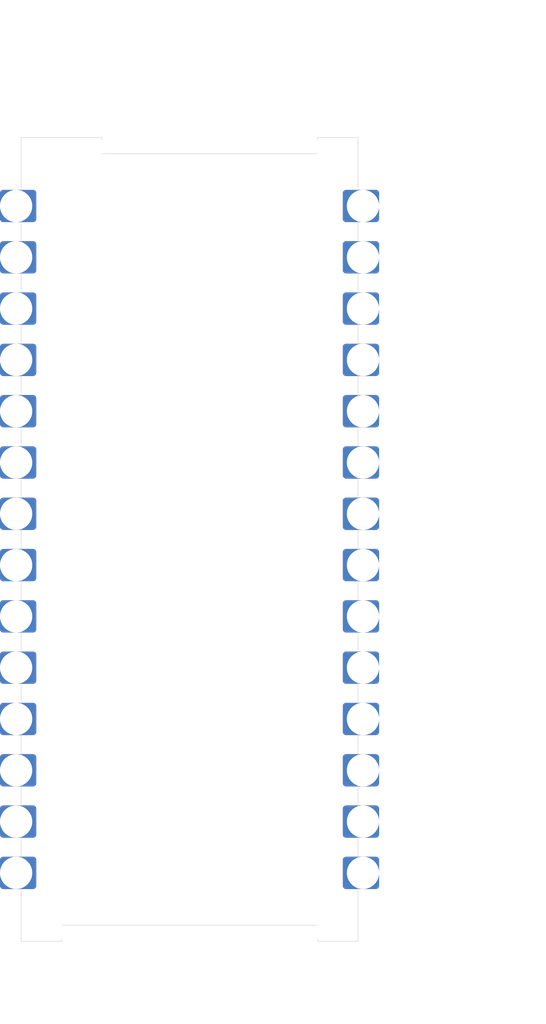
<source format=kicad_pcb>
(kicad_pcb (version 20171130) (host pcbnew 5.1.4-e60b266~84~ubuntu19.04.1)

  (general
    (thickness 1.6)
    (drawings 33)
    (tracks 0)
    (zones 0)
    (modules 2)
    (nets 1)
  )

  (page A4)
  (layers
    (0 Top signal)
    (31 Bottom signal)
    (32 B.Adhes user hide)
    (33 F.Adhes user hide)
    (34 B.Paste user hide)
    (35 F.Paste user hide)
    (36 B.SilkS user)
    (37 F.SilkS user)
    (38 B.Mask user)
    (39 F.Mask user)
    (40 Dwgs.User user)
    (41 Cmts.User user hide)
    (42 Eco1.User user hide)
    (43 Eco2.User user)
    (44 Edge.Cuts user)
    (45 Margin user hide)
    (46 B.CrtYd user hide)
    (47 F.CrtYd user hide)
    (48 B.Fab user hide)
    (49 F.Fab user hide)
  )

  (setup
    (last_trace_width 0.2032)
    (user_trace_width 0.2032)
    (user_trace_width 0.4064)
    (trace_clearance 0.2032)
    (zone_clearance 0.508)
    (zone_45_only no)
    (trace_min 0.1524)
    (via_size 0.508)
    (via_drill 0.254)
    (via_min_size 0.254)
    (via_min_drill 0.254)
    (user_via 0.508 0.254)
    (uvia_size 0.508)
    (uvia_drill 0.254)
    (uvias_allowed no)
    (uvia_min_size 0.508)
    (uvia_min_drill 0.1524)
    (edge_width 0.0254)
    (segment_width 0.2032)
    (pcb_text_width 0.254)
    (pcb_text_size 1.2192 1.2192)
    (mod_edge_width 0.0762)
    (mod_text_size 0.6096 0.6096)
    (mod_text_width 0.0762)
    (pad_size 0.7 0.7)
    (pad_drill 0.7)
    (pad_to_mask_clearance 0)
    (aux_axis_origin 0 0)
    (grid_origin 147.2184 99.187)
    (visible_elements FFFFFF7F)
    (pcbplotparams
      (layerselection 0x01ff0_ffffffff)
      (usegerberextensions false)
      (usegerberattributes false)
      (usegerberadvancedattributes false)
      (creategerberjobfile false)
      (excludeedgelayer true)
      (linewidth 0.050800)
      (plotframeref false)
      (viasonmask false)
      (mode 1)
      (useauxorigin false)
      (hpglpennumber 1)
      (hpglpenspeed 20)
      (hpglpendiameter 15.000000)
      (psnegative false)
      (psa4output false)
      (plotreference true)
      (plotvalue true)
      (plotinvisibletext false)
      (padsonsilk false)
      (subtractmaskfromsilk false)
      (outputformat 1)
      (mirror false)
      (drillshape 0)
      (scaleselection 1)
      (outputdirectory "gerber_export/max/"))
  )

  (net 0 "")

  (net_class Default "This is the default net class."
    (clearance 0.2032)
    (trace_width 0.2032)
    (via_dia 0.508)
    (via_drill 0.254)
    (uvia_dia 0.508)
    (uvia_drill 0.254)
    (diff_pair_width 0.2032)
    (diff_pair_gap 0.254)
  )

  (module 000_LOCAL:pcb2molex8878_max (layer Top) (tedit 5DB1A0D3) (tstamp 5DB19C82)
    (at 147.2184 99.187)
    (descr "Castellated edge contacts to fit Molex 8878 Socket")
    (solder_mask_margin -0.28)
    (fp_text reference J? (at -0.9906 -0.9906 -90) (layer Dwgs.User) hide
      (effects (font (size 1.2065 1.2065) (thickness 0.127)) (justify left bottom))
    )
    (fp_text value pcb2molex8878_max (at 2.23 -9.45 -90) (layer F.Fab) hide
      (effects (font (size 1.2065 1.2065) (thickness 0.1016)) (justify left bottom))
    )
    (fp_line (start -6.35 19.1) (end 6.35 19.1) (layer Eco2.User) (width 0.01))
    (fp_line (start -8.35 19.9) (end -6.35 19.9) (layer Eco2.User) (width 0.01))
    (fp_line (start 8.35 19.9) (end 6.35 19.9) (layer Eco2.User) (width 0.01))
    (fp_line (start -4.35 -19.1) (end 6.35 -19.1) (layer Eco2.User) (width 0.01))
    (fp_line (start 8.35 -19.9) (end 6.35 -19.9) (layer Eco2.User) (width 0.01))
    (fp_line (start -8.35 -19.9) (end -4.35 -19.9) (layer Eco2.User) (width 0.01))
    (fp_line (start -8.35 -19.1) (end 8.35 19.1) (layer Dwgs.User) (width 0.01))
    (fp_line (start -8.35 19.1) (end 8.35 -19.1) (layer Dwgs.User) (width 0.01))
    (fp_text user "Eco2.User is Edge.Cuts for use with \"pcb2molex8878_max\" carrier." (at -0.18 13.04) (layer Eco2.User)
      (effects (font (size 0.2 0.2) (thickness 0.01)))
    )
    (fp_line (start -8.35 -19.9) (end -8.35 19.9) (layer Eco2.User) (width 0.01))
    (fp_line (start 8.35 19.9) (end 8.35 -19.9) (layer Eco2.User) (width 0.01))
    (fp_line (start -6.35 19.1) (end -6.35 19.9) (layer Eco2.User) (width 0.01))
    (fp_line (start 6.35 19.9) (end 6.35 19.1) (layer Eco2.User) (width 0.01))
    (fp_line (start 6.35 -19.1) (end 6.35 -19.9) (layer Eco2.User) (width 0.01))
    (fp_line (start -4.35 -19.9) (end -4.35 -19.1) (layer Eco2.User) (width 0.01))
    (pad "" np_thru_hole circle (at 6.35 19.45) (size 0.7 0.7) (drill 0.7) (layers *.Cu))
    (pad "" np_thru_hole circle (at -6.35 19.45) (size 0.7 0.7) (drill 0.7) (layers *.Cu))
    (pad "" np_thru_hole circle (at 6.35 -19.45) (size 0.7 0.7) (drill 0.7) (layers *.Cu))
    (pad "" np_thru_hole circle (at -4.35 -19.45) (size 0.7 0.7) (drill 0.7) (layers *.Cu))
    (model ${KIPRJMOD}/000_LOCAL.pretty/3d/pcb2molex8878_max.step
      (offset (xyz 0 0 -0.4))
      (scale (xyz 1 1 1))
      (rotate (xyz 0 0 90))
    )
  )

  (module 000_LOCAL:pcb2molex8878 locked (layer Top) (tedit 5DB17669) (tstamp 5DAB3CD0)
    (at 147.2184 99.187)
    (descr "Castellated edge contacts to fit Molex 8878 Socket")
    (solder_mask_margin -0.28)
    (fp_text reference J? (at -0.9906 -0.9906 -90) (layer Dwgs.User) hide
      (effects (font (size 1.2065 1.2065) (thickness 0.127)) (justify left bottom))
    )
    (fp_text value Molex_50-39-5288 (at 2.0701 -8.8773 -90) (layer F.Fab) hide
      (effects (font (size 1.2065 1.2065) (thickness 0.1016)) (justify left bottom))
    )
    (fp_line (start -0.762 -19.05) (end -0.762 -21.59) (layer Eco1.User) (width 0.01))
    (fp_line (start -0.762 -21.59) (end 0.762 -21.59) (layer Eco1.User) (width 0.01))
    (fp_line (start 0.762 -21.59) (end 0.762 -19.05) (layer Eco1.User) (width 0.01))
    (fp_line (start -4.5593 19.05) (end -4.5593 21.59) (layer Eco1.User) (width 0.01))
    (fp_line (start -4.5593 21.59) (end -3.0353 21.59) (layer Eco1.User) (width 0.01))
    (fp_line (start -3.0353 21.59) (end -3.0353 19.05) (layer Eco1.User) (width 0.01))
    (fp_line (start 4.5593 19.05) (end 4.5593 21.59) (layer Eco1.User) (width 0.01))
    (fp_line (start 4.5593 21.59) (end 3.0353 21.59) (layer Eco1.User) (width 0.01))
    (fp_line (start 3.0353 21.59) (end 3.0353 19.05) (layer Eco1.User) (width 0.01))
    (fp_line (start 3.0353 19.05) (end -3.0353 19.05) (layer Eco1.User) (width 0.01))
    (fp_arc (start -5.4229 19.9136) (end -4.5593 19.9136) (angle -90) (layer Eco1.User) (width 0.00508))
    (fp_arc (start -2.1717 19.9136) (end -2.1717 19.05) (angle -90) (layer Eco1.User) (width 0.00508))
    (fp_arc (start 5.4229 19.9136) (end 5.4229 19.05) (angle -90) (layer Eco1.User) (width 0.00508))
    (fp_arc (start 2.1717 19.9136) (end 3.0353 19.9136) (angle -90) (layer Eco1.User) (width 0.00508))
    (fp_arc (start -1.6256 -19.9136) (end -1.6256 -19.05) (angle -90) (layer Eco1.User) (width 0.00508))
    (fp_arc (start 1.6256 -19.9136) (end 0.762 -19.9136) (angle -90) (layer Eco1.User) (width 0.00508))
    (fp_line (start -8.1 19.05) (end -8.1 -19.05) (layer Eco1.User) (width 0.01))
    (fp_line (start 8.1 19.05) (end 8.1 -19.05) (layer Eco1.User) (width 0.01))
    (fp_text user "Eco1.User is Edge.Cuts for use without carrier." (at -0.0298 12.25) (layer Eco1.User)
      (effects (font (size 0.2 0.2) (thickness 0.01)))
    )
    (fp_line (start -8.1 -19.05) (end -0.762 -19.05) (layer Eco1.User) (width 0.01))
    (fp_line (start 0.762 -19.05) (end 8.1 -19.05) (layer Eco1.User) (width 0.01))
    (fp_line (start -8.1 19.05) (end -4.5593 19.05) (layer Eco1.User) (width 0.01))
    (fp_line (start 4.5593 19.05) (end 8.1 19.05) (layer Eco1.User) (width 0.01))
    (pad 28 thru_hole roundrect (at 8.6 -16.51 180) (size 1.8 1.6) (drill 1.6 (offset 0.1 0)) (layers *.Cu *.Mask) (roundrect_rratio 0.1)
      (solder_mask_margin -0.19))
    (pad 14 thru_hole roundrect (at -8.6 16.51) (size 1.8 1.6) (drill 1.6 (offset 0.1 0)) (layers *.Cu *.Mask) (roundrect_rratio 0.1)
      (solder_mask_margin -0.19))
    (pad 27 thru_hole roundrect (at 8.6 -13.97 180) (size 1.8 1.6) (drill 1.6 (offset 0.1 0)) (layers *.Cu *.Mask) (roundrect_rratio 0.1)
      (solder_mask_margin -0.19))
    (pad 13 thru_hole roundrect (at -8.6 13.97) (size 1.8 1.6) (drill 1.6 (offset 0.1 0)) (layers *.Cu *.Mask) (roundrect_rratio 0.1)
      (solder_mask_margin -0.19))
    (pad 26 thru_hole roundrect (at 8.6 -11.43 180) (size 1.8 1.6) (drill 1.6 (offset 0.1 0)) (layers *.Cu *.Mask) (roundrect_rratio 0.1)
      (solder_mask_margin -0.19))
    (pad 12 thru_hole roundrect (at -8.6 11.43) (size 1.8 1.6) (drill 1.6 (offset 0.1 0)) (layers *.Cu *.Mask) (roundrect_rratio 0.1)
      (solder_mask_margin -0.19))
    (pad 25 thru_hole roundrect (at 8.6 -8.89 180) (size 1.8 1.6) (drill 1.6 (offset 0.1 0)) (layers *.Cu *.Mask) (roundrect_rratio 0.1)
      (solder_mask_margin -0.19))
    (pad 11 thru_hole roundrect (at -8.6 8.89) (size 1.8 1.6) (drill 1.6 (offset 0.1 0)) (layers *.Cu *.Mask) (roundrect_rratio 0.1)
      (solder_mask_margin -0.19))
    (pad 24 thru_hole roundrect (at 8.6 -6.35 180) (size 1.8 1.6) (drill 1.6 (offset 0.1 0)) (layers *.Cu *.Mask) (roundrect_rratio 0.1)
      (solder_mask_margin -0.19))
    (pad 10 thru_hole roundrect (at -8.6 6.35) (size 1.8 1.6) (drill 1.6 (offset 0.1 0)) (layers *.Cu *.Mask) (roundrect_rratio 0.1)
      (solder_mask_margin -0.19))
    (pad 23 thru_hole roundrect (at 8.6 -3.81 180) (size 1.8 1.6) (drill 1.6 (offset 0.1 0)) (layers *.Cu *.Mask) (roundrect_rratio 0.1)
      (solder_mask_margin -0.19))
    (pad 9 thru_hole roundrect (at -8.6 3.81) (size 1.8 1.6) (drill 1.6 (offset 0.1 0)) (layers *.Cu *.Mask) (roundrect_rratio 0.1)
      (solder_mask_margin -0.19))
    (pad 22 thru_hole roundrect (at 8.6 -1.27 180) (size 1.8 1.6) (drill 1.6 (offset 0.1 0)) (layers *.Cu *.Mask) (roundrect_rratio 0.1)
      (solder_mask_margin -0.19))
    (pad 8 thru_hole roundrect (at -8.6 1.27) (size 1.8 1.6) (drill 1.6 (offset 0.1 0)) (layers *.Cu *.Mask) (roundrect_rratio 0.1)
      (solder_mask_margin -0.19))
    (pad 21 thru_hole roundrect (at 8.6 1.27 180) (size 1.8 1.6) (drill 1.6 (offset 0.1 0)) (layers *.Cu *.Mask) (roundrect_rratio 0.1)
      (solder_mask_margin -0.19))
    (pad 7 thru_hole roundrect (at -8.6 -1.27) (size 1.8 1.6) (drill 1.6 (offset 0.1 0)) (layers *.Cu *.Mask) (roundrect_rratio 0.1)
      (solder_mask_margin -0.19))
    (pad 20 thru_hole roundrect (at 8.6 3.81 180) (size 1.8 1.6) (drill 1.6 (offset 0.1 0)) (layers *.Cu *.Mask) (roundrect_rratio 0.1)
      (solder_mask_margin -0.19))
    (pad 6 thru_hole roundrect (at -8.6 -3.81) (size 1.8 1.6) (drill 1.6 (offset 0.1 0)) (layers *.Cu *.Mask) (roundrect_rratio 0.1)
      (solder_mask_margin -0.19))
    (pad 19 thru_hole roundrect (at 8.6 6.35 180) (size 1.8 1.6) (drill 1.6 (offset 0.1 0)) (layers *.Cu *.Mask) (roundrect_rratio 0.1)
      (solder_mask_margin -0.19))
    (pad 5 thru_hole roundrect (at -8.6 -6.35) (size 1.8 1.6) (drill 1.6 (offset 0.1 0)) (layers *.Cu *.Mask) (roundrect_rratio 0.1)
      (solder_mask_margin -0.19))
    (pad 18 thru_hole roundrect (at 8.6 8.89 180) (size 1.8 1.6) (drill 1.6 (offset 0.1 0)) (layers *.Cu *.Mask) (roundrect_rratio 0.1)
      (solder_mask_margin -0.19))
    (pad 4 thru_hole roundrect (at -8.6 -8.89) (size 1.8 1.6) (drill 1.6 (offset 0.1 0)) (layers *.Cu *.Mask) (roundrect_rratio 0.1)
      (solder_mask_margin -0.19))
    (pad 17 thru_hole roundrect (at 8.6 11.43 180) (size 1.8 1.6) (drill 1.6 (offset 0.1 0)) (layers *.Cu *.Mask) (roundrect_rratio 0.1)
      (solder_mask_margin -0.19))
    (pad 3 thru_hole roundrect (at -8.6 -11.43) (size 1.8 1.6) (drill 1.6 (offset 0.1 0)) (layers *.Cu *.Mask) (roundrect_rratio 0.1)
      (solder_mask_margin -0.19))
    (pad 16 thru_hole roundrect (at 8.6 13.97 180) (size 1.8 1.6) (drill 1.6 (offset 0.1 0)) (layers *.Cu *.Mask) (roundrect_rratio 0.1)
      (solder_mask_margin -0.19))
    (pad 2 thru_hole roundrect (at -8.6 -13.97) (size 1.8 1.6) (drill 1.6 (offset 0.1 0)) (layers *.Cu *.Mask) (roundrect_rratio 0.1)
      (solder_mask_margin -0.19))
    (pad 15 thru_hole roundrect (at 8.6 16.51 180) (size 1.8 1.6) (drill 1.6 (offset 0.1 0)) (layers *.Cu *.Mask) (roundrect_rratio 0.1)
      (solder_mask_margin -0.19))
    (pad 1 thru_hole roundrect (at -8.6 -16.51) (size 1.8 1.6) (drill 1.6 (offset 0.1 0)) (layers *.Cu *.Mask) (roundrect_rratio 0.1)
      (solder_mask_margin -0.19))
  )

  (dimension 4.000001 (width 0.0127) (layer Dwgs.User)
    (gr_text "       4.00" (at 140.868399 76.4544) (layer Dwgs.User)
      (effects (font (size 0.4572 0.4572) (thickness 0.0127)) (justify left))
    )
    (feature1 (pts (xy 142.868401 79.286999) (xy 142.8684 76.350579)))
    (feature2 (pts (xy 138.8684 79.287) (xy 138.868399 76.35058)))
    (crossbar (pts (xy 138.868399 76.937001) (xy 142.8684 76.937)))
    (arrow1a (pts (xy 142.8684 76.937) (xy 141.741896 77.523421)))
    (arrow1b (pts (xy 142.8684 76.937) (xy 141.741896 76.35058)))
    (arrow2a (pts (xy 138.868399 76.937001) (xy 139.994903 77.523421)))
    (arrow2b (pts (xy 138.868399 76.937001) (xy 139.994903 76.35058)))
  )
  (gr_line (start 138.8684 119.087) (end 138.8684 79.287) (layer Edge.Cuts) (width 0.0254))
  (gr_line (start 138.8684 119.087) (end 140.8684 119.087) (layer Edge.Cuts) (width 0.0254))
  (gr_line (start 140.8684 119.087) (end 140.8684 118.287) (layer Edge.Cuts) (width 0.0254))
  (gr_line (start 141.2184 118.237) (end 141.4184 118.037) (layer Dwgs.User) (width 0.0127))
  (gr_line (start 141.2184 118.237) (end 141.0184 118.037) (layer Dwgs.User) (width 0.0127))
  (gr_text "partial mill radius fillet" (at 144.3184 117.287) (layer Dwgs.User)
    (effects (font (size 0.4572 0.4572) (thickness 0.0127)))
  )
  (gr_line (start 141.2184 118.237) (end 141.2184 117.687) (layer Dwgs.User) (width 0.0127))
  (gr_poly (pts (xy 140.8684 118.286575) (xy 141.7284 118.286855) (xy 141.59738 118.29796) (xy 141.52118 118.3132) (xy 141.47546 118.3259) (xy 141.41704 118.34622) (xy 141.37386 118.364) (xy 141.3383 118.38178) (xy 141.30782 118.39702) (xy 141.2875 118.40972) (xy 141.27226 118.41988) (xy 141.23924 118.4402) (xy 141.20876 118.46306) (xy 141.183724 118.481284) (xy 141.15796 118.4402) (xy 141.13256 118.40718) (xy 141.10208 118.3767) (xy 141.0716 118.3513) (xy 141.02842 118.3259) (xy 140.9954 118.31066) (xy 140.96492 118.3005) (xy 140.92936 118.29288) (xy 140.90904 118.29034)) (layer Dwgs.User) (width 0.001))
  (dimension 0.860058 (width 0.0127) (layer Dwgs.User)
    (gr_text "   0.86 mill radius" (at 141.314303 120.519679 0.7) (layer Dwgs.User)
      (effects (font (size 0.4572 0.4572) (thickness 0.0127)) (justify left))
    )
    (feature1 (pts (xy 141.7284 119.147) (xy 141.74551 120.618493)))
    (feature2 (pts (xy 140.8684 119.157) (xy 140.88551 120.628493)))
    (crossbar (pts (xy 140.878692 120.042112) (xy 141.738692 120.032112)))
    (arrow1a (pts (xy 141.738692 120.032112) (xy 140.619083 120.631591)))
    (arrow1b (pts (xy 141.738692 120.032112) (xy 140.605446 119.458829)))
    (arrow2a (pts (xy 140.878692 120.042112) (xy 142.011938 120.615395)))
    (arrow2b (pts (xy 140.878692 120.042112) (xy 141.998301 119.442633)))
  )
  (gr_arc (start 141.7284 119.147) (end 141.7284 118.286855) (angle -39.28940686) (layer Dwgs.User) (width 0.0127))
  (gr_arc (start 140.8684 118.637) (end 141.183359 118.483381) (angle -63.99944981) (layer Dwgs.User) (width 0.0127))
  (gr_line (start 140.8684 118.287) (end 141.7284 118.286855) (layer Dwgs.User) (width 0.0127) (tstamp 5DAD2937))
  (gr_text "edge of hole to edge of hole" (at 147.2184 122.887) (layer Dwgs.User)
    (effects (font (size 0.4572 0.4572) (thickness 0.0127)))
  )
  (dimension 15.6 (width 0.0127) (layer Dwgs.User)
    (gr_text 15.60 (at 147.2184 122.2196) (layer Dwgs.User)
      (effects (font (size 0.4572 0.4572) (thickness 0.0127)))
    )
    (feature1 (pts (xy 155.0184 115.687) (xy 155.0184 122.323421)))
    (feature2 (pts (xy 139.4184 115.687) (xy 139.4184 122.323421)))
    (crossbar (pts (xy 139.4184 121.737) (xy 155.0184 121.737)))
    (arrow1a (pts (xy 155.0184 121.737) (xy 153.891896 122.323421)))
    (arrow1b (pts (xy 155.0184 121.737) (xy 153.891896 121.150579)))
    (arrow2a (pts (xy 139.4184 121.737) (xy 140.544904 122.323421)))
    (arrow2b (pts (xy 139.4184 121.737) (xy 140.544904 121.150579)))
  )
  (dimension 39.8 (width 0.0127) (layer Dwgs.User)
    (gr_text 39.80 (at 164.201 99.187 270) (layer Dwgs.User)
      (effects (font (size 0.4572 0.4572) (thickness 0.0127)))
    )
    (feature1 (pts (xy 155.5684 119.087) (xy 164.304821 119.087)))
    (feature2 (pts (xy 155.5684 79.287) (xy 164.304821 79.287)))
    (crossbar (pts (xy 163.7184 79.287) (xy 163.7184 119.087)))
    (arrow1a (pts (xy 163.7184 119.087) (xy 163.131979 117.960496)))
    (arrow1b (pts (xy 163.7184 119.087) (xy 164.304821 117.960496)))
    (arrow2a (pts (xy 163.7184 79.287) (xy 163.131979 80.413504)))
    (arrow2b (pts (xy 163.7184 79.287) (xy 164.304821 80.413504)))
  )
  (dimension 38.2 (width 0.0127) (layer Dwgs.User)
    (gr_text 38.20 (at 159.201 99.187 270) (layer Dwgs.User)
      (effects (font (size 0.4572 0.4572) (thickness 0.0127)))
    )
    (feature1 (pts (xy 153.5684 118.287) (xy 159.304821 118.287)))
    (feature2 (pts (xy 153.5684 80.087) (xy 159.304821 80.087)))
    (crossbar (pts (xy 158.7184 80.087) (xy 158.7184 118.287)))
    (arrow1a (pts (xy 158.7184 118.287) (xy 158.131979 117.160496)))
    (arrow1b (pts (xy 158.7184 118.287) (xy 159.304821 117.160496)))
    (arrow2a (pts (xy 158.7184 80.087) (xy 158.131979 81.213504)))
    (arrow2b (pts (xy 158.7184 80.087) (xy 159.304821 81.213504)))
  )
  (dimension 16.7 (width 0.0127) (layer Dwgs.User)
    (gr_text 16.70 (at 147.2184 72.7544) (layer Dwgs.User)
      (effects (font (size 0.4572 0.4572) (thickness 0.0127)))
    )
    (feature1 (pts (xy 155.5684 79.287) (xy 155.5684 72.650579)))
    (feature2 (pts (xy 138.8684 79.287) (xy 138.8684 72.650579)))
    (crossbar (pts (xy 138.8684 73.237) (xy 155.5684 73.237)))
    (arrow1a (pts (xy 155.5684 73.237) (xy 154.441896 73.823421)))
    (arrow1b (pts (xy 155.5684 73.237) (xy 154.441896 72.650579)))
    (arrow2a (pts (xy 138.8684 73.237) (xy 139.994904 73.823421)))
    (arrow2b (pts (xy 138.8684 73.237) (xy 139.994904 72.650579)))
  )
  (dimension 0.7 (width 0.0127) (layer Dwgs.User) (tstamp 5DAC2771)
    (gr_text "   0.70" (at 142.8684 81.9696) (layer Dwgs.User) (tstamp 5DAC2771)
      (effects (font (size 0.4572 0.4572) (thickness 0.0127)) (justify left))
    )
    (feature1 (pts (xy 143.2184 79.737) (xy 143.2184 82.073421)))
    (feature2 (pts (xy 142.5184 79.737) (xy 142.5184 82.073421)))
    (crossbar (pts (xy 142.5184 81.487) (xy 143.2184 81.487)))
    (arrow1a (pts (xy 143.2184 81.487) (xy 142.091896 82.073421)))
    (arrow1b (pts (xy 143.2184 81.487) (xy 142.091896 80.900579)))
    (arrow2a (pts (xy 142.5184 81.487) (xy 143.644904 82.073421)))
    (arrow2b (pts (xy 142.5184 81.487) (xy 143.644904 80.900579)))
  )
  (dimension 2 (width 0.0127) (layer Dwgs.User)
    (gr_text "2.00    " (at 154.5684 76.4544) (layer Dwgs.User)
      (effects (font (size 0.4572 0.4572) (thickness 0.0127)) (justify right))
    )
    (feature1 (pts (xy 155.5684 79.287) (xy 155.5684 76.350579)))
    (feature2 (pts (xy 153.5684 79.287) (xy 153.5684 76.350579)))
    (crossbar (pts (xy 153.5684 76.937) (xy 155.5684 76.937)))
    (arrow1a (pts (xy 155.5684 76.937) (xy 154.441896 77.523421)))
    (arrow1b (pts (xy 155.5684 76.937) (xy 154.441896 76.350579)))
    (arrow2a (pts (xy 153.5684 76.937) (xy 154.694904 77.523421)))
    (arrow2b (pts (xy 153.5684 76.937) (xy 154.694904 76.350579)))
  )
  (gr_arc (start 152.7084 79.227) (end 152.7084 80.087) (angle -86.0090869) (layer Dwgs.User) (width 0.0127))
  (gr_arc (start 143.728401 79.224911) (end 142.868402 79.28491) (angle -86.0090869) (layer Dwgs.User) (width 0.0127))
  (gr_arc (start 141.7284 119.146855) (end 141.7284 118.286855) (angle -86.0090869) (layer Dwgs.User) (width 0.0127))
  (gr_arc (start 152.708399 119.149089) (end 153.568398 119.08909) (angle -86.0090869) (layer Dwgs.User) (width 0.0127))
  (gr_line (start 153.5684 80.087) (end 153.5684 79.287) (layer Edge.Cuts) (width 0.0254) (tstamp 5DAB3D6B))
  (gr_line (start 142.8684 80.087) (end 153.5684 80.087) (layer Edge.Cuts) (width 0.0254))
  (gr_line (start 142.8684 79.287) (end 142.8684 80.087) (layer Edge.Cuts) (width 0.0254))
  (gr_line (start 138.8684 79.287) (end 142.8684 79.287) (layer Edge.Cuts) (width 0.0254))
  (gr_line (start 153.5684 79.287) (end 155.5684 79.287) (layer Edge.Cuts) (width 0.0254) (tstamp 5DAB3D69))
  (gr_line (start 155.5684 119.087) (end 155.5684 79.287) (layer Edge.Cuts) (width 0.0254))
  (gr_line (start 140.8684 118.287) (end 153.5684 118.287) (layer Edge.Cuts) (width 0.0254) (tstamp 5DAB3D67))
  (gr_line (start 153.5684 119.087) (end 155.5684 119.087) (layer Edge.Cuts) (width 0.0254) (tstamp 5DAB39F3))
  (gr_line (start 153.5684 118.287) (end 153.5684 119.087) (layer Edge.Cuts) (width 0.0254) (tstamp 5DAB39F2))

)

</source>
